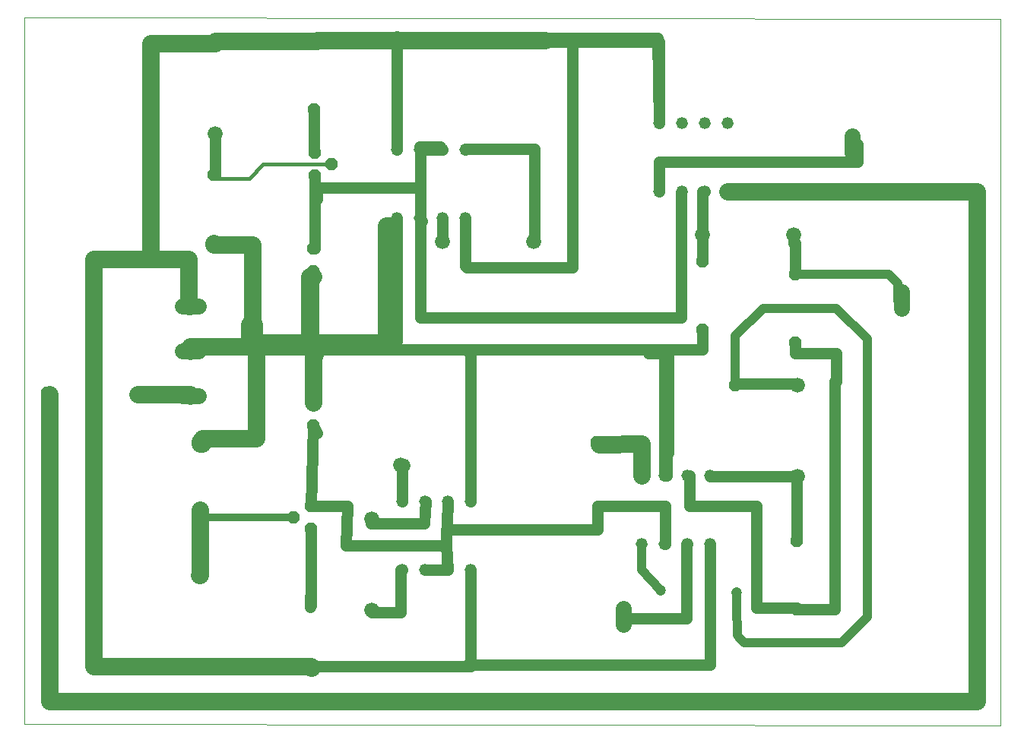
<source format=gbl>
G75*
%MOIN*%
%OFA0B0*%
%FSLAX25Y25*%
%IPPOS*%
%LPD*%
%AMOC8*
5,1,8,0,0,1.08239X$1,22.5*
%
%ADD10C,0.00000*%
%ADD11OC8,0.05200*%
%ADD12C,0.06600*%
%ADD13C,0.07050*%
%ADD14C,0.05200*%
%ADD15C,0.07600*%
%ADD16C,0.05000*%
%ADD17C,0.01600*%
%ADD18C,0.03200*%
%ADD19C,0.04000*%
%ADD20OC8,0.05600*%
%ADD21C,0.04750*%
D10*
X0001000Y0001591D02*
X0001000Y0311551D01*
X0428815Y0310961D01*
X0428815Y0001000D01*
X0001000Y0001591D01*
D11*
X0126591Y0027024D03*
X0126591Y0057024D03*
X0126591Y0087358D03*
X0119091Y0092358D03*
X0126591Y0097358D03*
X0127693Y0132713D03*
X0127693Y0142713D03*
X0078087Y0125587D03*
X0078087Y0095587D03*
X0127476Y0200114D03*
X0127476Y0210114D03*
X0128264Y0242299D03*
X0135764Y0247299D03*
X0128264Y0252299D03*
X0128047Y0271138D03*
X0128047Y0301138D03*
X0083972Y0242594D03*
X0083972Y0212594D03*
X0282732Y0150134D03*
X0298323Y0174425D03*
X0312732Y0150134D03*
X0339051Y0168933D03*
X0339051Y0198933D03*
X0298323Y0204425D03*
X0339484Y0081906D03*
X0339484Y0051906D03*
D12*
X0340114Y0110252D03*
X0340114Y0150252D03*
X0338283Y0216177D03*
X0298283Y0216177D03*
X0224169Y0213382D03*
X0184169Y0213382D03*
X0084563Y0260567D03*
X0084563Y0300567D03*
X0165921Y0115311D03*
X0167083Y0114740D03*
X0153402Y0091709D03*
X0153402Y0051709D03*
X0196689Y0027437D03*
X0077516Y0026866D03*
X0077516Y0066866D03*
D13*
X0077261Y0145488D02*
X0070211Y0145488D01*
X0070211Y0165173D02*
X0077261Y0165173D01*
X0077261Y0184858D02*
X0070211Y0184858D01*
X0263638Y0052340D02*
X0263638Y0045290D01*
X0385587Y0184050D02*
X0385587Y0191100D01*
X0364110Y0252396D02*
X0364110Y0259446D01*
D14*
X0309169Y0265272D03*
X0299169Y0265272D03*
X0289169Y0265272D03*
X0279169Y0265272D03*
X0279169Y0235272D03*
X0289169Y0235272D03*
X0299169Y0235272D03*
X0309169Y0235272D03*
X0194228Y0223441D03*
X0184228Y0223441D03*
X0174228Y0223441D03*
X0164228Y0223441D03*
X0164228Y0253441D03*
X0174228Y0253441D03*
X0184228Y0253441D03*
X0194228Y0253441D03*
X0271768Y0110646D03*
X0281768Y0110646D03*
X0291768Y0110646D03*
X0301768Y0110646D03*
X0301768Y0080646D03*
X0291768Y0080646D03*
X0281768Y0080646D03*
X0271768Y0080646D03*
X0196689Y0069287D03*
X0186689Y0069287D03*
X0176689Y0069287D03*
X0166689Y0069287D03*
X0166689Y0099287D03*
X0176689Y0099287D03*
X0186689Y0099287D03*
X0196689Y0099287D03*
D15*
X0253087Y0124209D02*
X0271768Y0124622D01*
X0271768Y0110646D01*
X0159524Y0168854D02*
X0159524Y0220075D01*
X0160685Y0220075D01*
X0127594Y0197969D02*
X0125862Y0197969D01*
X0125862Y0169445D01*
X0125862Y0167122D01*
X0073736Y0167122D01*
X0073736Y0165173D01*
X0073736Y0146157D02*
X0050488Y0146138D01*
X0073736Y0146157D02*
X0073736Y0145488D01*
X0078815Y0126965D02*
X0102634Y0126965D01*
X0102634Y0168854D01*
X0129051Y0168854D01*
X0159524Y0168854D01*
X0128185Y0163618D02*
X0127693Y0163618D01*
X0127693Y0142713D01*
X0101472Y0168283D02*
X0101472Y0177004D01*
X0099720Y0177004D01*
X0099720Y0168854D01*
X0102634Y0168854D01*
X0101472Y0168283D02*
X0100882Y0168283D01*
X0100882Y0211925D01*
X0083972Y0211925D01*
X0083972Y0212594D01*
X0073028Y0205528D02*
X0073028Y0184858D01*
X0073736Y0184858D01*
X0073028Y0205528D02*
X0055606Y0205528D01*
X0055606Y0206118D01*
X0056177Y0206118D01*
X0056177Y0300390D01*
X0084563Y0300390D01*
X0084563Y0300567D01*
X0084563Y0301138D01*
X0128047Y0301138D01*
X0129346Y0301138D01*
X0129346Y0301571D01*
X0164209Y0301571D01*
X0229248Y0301571D01*
X0309169Y0235272D02*
X0418500Y0235272D01*
X0418500Y0011728D01*
X0251000Y0011728D01*
X0012043Y0011728D01*
X0012043Y0146157D01*
X0078087Y0125587D02*
X0078087Y0124622D01*
X0078815Y0124622D01*
X0078815Y0126965D01*
X0078087Y0095587D02*
X0078087Y0066866D01*
X0077516Y0066866D01*
X0077516Y0027024D02*
X0124110Y0027024D01*
X0126591Y0027024D01*
X0126591Y0026276D01*
X0127024Y0026276D01*
X0077516Y0026846D02*
X0031197Y0026846D01*
X0031197Y0205528D01*
X0056748Y0205528D01*
X0077516Y0027024D02*
X0077516Y0026866D01*
X0077516Y0026846D01*
D16*
X0124110Y0027024D02*
X0196689Y0027024D01*
X0196689Y0027437D01*
X0301768Y0027437D01*
X0301768Y0080646D01*
X0291768Y0080646D02*
X0291335Y0080646D01*
X0291335Y0047811D01*
X0263638Y0047811D01*
X0263638Y0048815D01*
X0281768Y0080646D02*
X0282043Y0080646D01*
X0282043Y0097280D01*
X0252437Y0097280D01*
X0252437Y0086807D01*
X0186098Y0086807D01*
X0186098Y0079799D01*
X0142102Y0079799D01*
X0142693Y0097280D01*
X0126591Y0097280D01*
X0126591Y0097358D01*
X0127614Y0132654D01*
X0129346Y0129287D01*
X0166689Y0114740D02*
X0167083Y0114740D01*
X0166689Y0114740D02*
X0166689Y0099287D01*
X0176689Y0099287D02*
X0176945Y0099287D01*
X0176374Y0089720D01*
X0152831Y0089720D01*
X0153402Y0091709D01*
X0126591Y0087358D02*
X0126591Y0057024D01*
X0126433Y0057024D01*
X0126433Y0053618D01*
X0126433Y0053047D01*
X0126433Y0053618D02*
X0126591Y0053618D01*
X0126591Y0057024D01*
X0153402Y0051709D02*
X0153402Y0050724D01*
X0165921Y0050724D01*
X0165921Y0069287D01*
X0166689Y0069287D01*
X0176689Y0069287D02*
X0186689Y0069287D01*
X0186098Y0079799D01*
X0186689Y0099287D01*
X0196689Y0099287D02*
X0196689Y0164780D01*
X0195528Y0164780D01*
X0195528Y0165961D01*
X0281768Y0165961D01*
X0282634Y0165961D01*
X0282634Y0121138D01*
X0283205Y0121138D01*
X0283205Y0165370D01*
X0283795Y0165370D01*
X0283795Y0164209D01*
X0274504Y0164209D01*
X0281768Y0165961D02*
X0281768Y0110646D01*
X0282732Y0110646D01*
X0282732Y0150134D01*
X0282634Y0165961D02*
X0298323Y0165961D01*
X0298323Y0174425D01*
X0289012Y0179917D02*
X0289012Y0234622D01*
X0298283Y0235272D02*
X0299169Y0235272D01*
X0298283Y0235272D02*
X0298283Y0216177D01*
X0298323Y0216177D01*
X0298323Y0204425D01*
X0289012Y0179917D02*
X0174622Y0179917D01*
X0174622Y0222398D01*
X0175213Y0222398D01*
X0174661Y0223441D02*
X0174661Y0237024D01*
X0129287Y0237024D01*
X0129287Y0231807D01*
X0128264Y0231807D01*
X0128264Y0242299D01*
X0128264Y0210114D01*
X0127476Y0210114D01*
X0127476Y0200114D02*
X0127476Y0165961D01*
X0163598Y0165961D01*
X0163598Y0221827D01*
X0164169Y0221827D01*
X0164169Y0222988D01*
X0164228Y0223441D02*
X0164228Y0170626D01*
X0164228Y0169445D01*
X0125862Y0169445D01*
X0159524Y0165961D02*
X0195528Y0165961D01*
X0194976Y0202043D02*
X0241433Y0202043D01*
X0241413Y0302161D01*
X0229248Y0301571D01*
X0223402Y0302732D02*
X0278579Y0302732D01*
X0279169Y0265272D01*
X0279169Y0300980D01*
X0056748Y0300980D01*
X0056748Y0205528D01*
X0083972Y0242594D02*
X0084563Y0242594D01*
X0084563Y0260567D01*
X0128047Y0252299D02*
X0128264Y0252299D01*
X0128047Y0252299D02*
X0128047Y0271138D01*
X0164228Y0253441D02*
X0164228Y0303303D01*
X0164209Y0303303D01*
X0164209Y0301571D01*
X0174228Y0254996D02*
X0183362Y0254996D01*
X0184228Y0253441D02*
X0174661Y0253441D01*
X0174661Y0253835D01*
X0174228Y0253835D01*
X0174228Y0253441D01*
X0174228Y0254996D01*
X0174661Y0253441D02*
X0174661Y0237024D01*
X0184169Y0223441D02*
X0184228Y0223441D01*
X0184169Y0223441D02*
X0184169Y0213382D01*
X0194228Y0223441D02*
X0194228Y0202614D01*
X0194976Y0202614D01*
X0194976Y0202043D01*
X0224169Y0213382D02*
X0224602Y0213382D01*
X0224602Y0253835D01*
X0194228Y0253835D01*
X0194228Y0253441D01*
X0279169Y0248205D02*
X0279169Y0235272D01*
X0279169Y0248205D02*
X0366236Y0248205D01*
X0366236Y0255921D01*
X0364110Y0255921D01*
X0338362Y0216177D02*
X0338283Y0216177D01*
X0338362Y0216177D02*
X0338362Y0212516D01*
X0339051Y0212516D01*
X0339051Y0198933D01*
X0339051Y0168933D02*
X0339051Y0164209D01*
X0345331Y0164209D01*
X0352890Y0164209D01*
X0356945Y0164209D01*
X0356945Y0151984D01*
X0356374Y0151984D01*
X0356374Y0051886D01*
X0339484Y0051886D01*
X0339484Y0051906D01*
X0339484Y0052457D01*
X0322102Y0052457D01*
X0322102Y0097280D01*
X0292496Y0097280D01*
X0292496Y0110646D01*
X0291768Y0110646D01*
X0301768Y0110646D02*
X0301768Y0110252D01*
X0340114Y0110252D01*
X0339484Y0110252D01*
X0339484Y0081906D01*
X0283205Y0120547D02*
X0283205Y0121138D01*
X0312732Y0150134D02*
X0312732Y0150823D01*
X0338362Y0150823D01*
X0196689Y0069287D02*
X0196689Y0027437D01*
D17*
X0251000Y0011728D02*
X0253067Y0013795D01*
X0252535Y0123382D02*
X0253067Y0124287D01*
X0252535Y0123382D02*
X0251531Y0123756D01*
X0270134Y0123756D02*
X0271000Y0124622D01*
X0271768Y0124622D01*
X0164228Y0170626D02*
X0159563Y0165961D01*
X0159524Y0165961D01*
X0129051Y0168854D02*
X0127476Y0167280D01*
X0127476Y0165961D01*
X0127693Y0165744D01*
X0127693Y0163618D01*
X0174228Y0223441D02*
X0174661Y0223441D01*
X0135764Y0247299D02*
X0105783Y0247299D01*
X0099504Y0241020D01*
X0085547Y0241020D01*
X0083972Y0242594D01*
D18*
X0078087Y0095587D02*
X0078087Y0092358D01*
X0119091Y0092358D01*
D19*
X0271768Y0080646D02*
X0271768Y0069268D01*
X0280035Y0060370D01*
X0313224Y0059425D02*
X0313224Y0053480D01*
X0313520Y0040587D01*
X0314720Y0039386D01*
X0314720Y0039091D01*
X0316512Y0037299D01*
X0359386Y0037299D01*
X0370547Y0048461D01*
X0370547Y0170606D01*
X0357122Y0184031D01*
X0324996Y0184031D01*
X0312732Y0171768D01*
X0312732Y0150134D01*
X0339051Y0198933D02*
X0379937Y0198933D01*
X0383972Y0194898D01*
X0383972Y0187378D01*
X0386138Y0185213D01*
X0386138Y0187024D01*
X0385587Y0187575D01*
X0313421Y0059622D02*
X0313224Y0059425D01*
D20*
X0266945Y0012299D03*
X0253087Y0124209D03*
X0251846Y0125213D03*
X0050488Y0146138D03*
X0012043Y0146157D03*
X0010882Y0146768D03*
D21*
X0280035Y0060370D03*
X0313165Y0059366D03*
M02*

</source>
